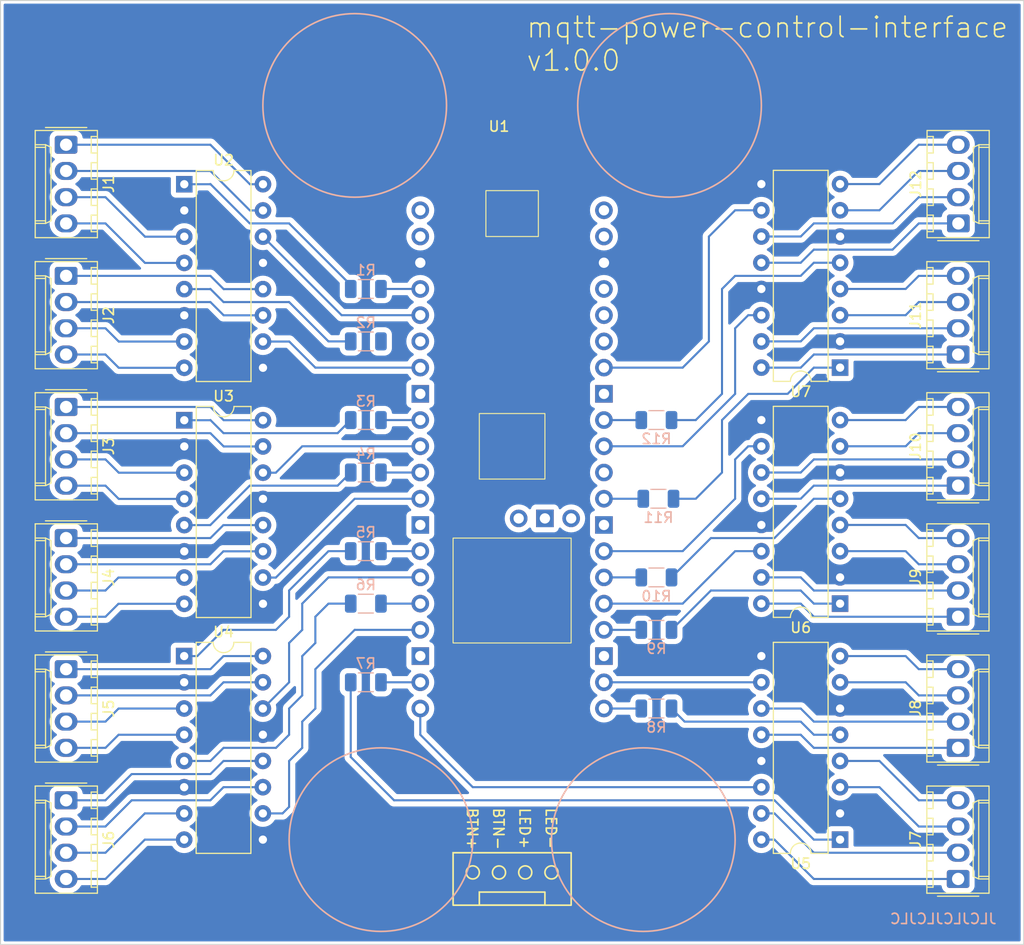
<source format=kicad_pcb>
(kicad_pcb (version 20221018) (generator pcbnew)
  (title_block (title "mqtt-power-control-interface") (date "2023-08-06") (rev "1.0.0"))
  (layers (0 "F.Cu" signal) (31 "B.Cu" signal) (34 "B.Paste" user) (35 "F.Paste" user) (36 "B.SilkS" user "B.Silkscreen") (37 "F.SilkS" user "F.Silkscreen") (38 "B.Mask" user) (39 "F.Mask" user) (44 "Edge.Cuts" user))
  (net 0 "")
  (net 1 "DEV1_SW+")
  (net 2 "DEV1_SW-")
  (net 3 "DEV1_LED+")
  (net 4 "DEV1_LED-")
  (net 5 "DEV2_SW+")
  (net 6 "DEV2_SW-")
  (net 7 "DEV2_LED+")
  (net 8 "DEV2_LED-")
  (net 9 "DEV3_SW+")
  (net 10 "DEV3_SW-")
  (net 11 "DEV3_LED+")
  (net 12 "DEV3_LED-")
  (net 13 "DEV4_SW+")
  (net 14 "DEV4_SW-")
  (net 15 "DEV4_LED+")
  (net 16 "DEV4_LED-")
  (net 17 "DEV5_SW+")
  (net 18 "DEV5_SW-")
  (net 19 "DEV5_LED+")
  (net 20 "DEV5_LED-")
  (net 21 "DEV6_SW+")
  (net 22 "DEV6_SW-")
  (net 23 "DEV6_LED+")
  (net 24 "DEV6_LED-")
  (net 25 "GPIO2")
  (net 26 "DEV7_SW+")
  (net 27 "GPIO4")
  (net 28 "DEV7_SW-")
  (net 29 "GPIO6")
  (net 30 "DEV7_LED+")
  (net 31 "GPIO8")
  (net 32 "DEV7_LED-")
  (net 33 "GPIO10")
  (net 34 "DEV8_SW+")
  (net 35 "GPIO12")
  (net 36 "DEV8_SW-")
  (net 37 "GND")
  (net 38 "GPIO5")
  (net 39 "GPIO3")
  (net 40 "GPIO9")
  (net 41 "GPIO7")
  (net 42 "GPIO13")
  (net 43 "GPIO11")
  (net 44 "DEV8_LED+")
  (net 45 "DEV8_LED-")
  (net 46 "DEV9_SW+")
  (net 47 "DEV9_SW-")
  (net 48 "DEV9_LED+")
  (net 49 "DEV9_LED-")
  (net 50 "DEV10_SW+")
  (net 51 "DEV10_SW-")
  (net 52 "DEV10_LED+")
  (net 53 "DEV10_LED-")
  (net 54 "DEV11_SW+")
  (net 55 "DEV11_SW-")
  (net 56 "DEV11_LED+")
  (net 57 "DEV11_LED-")
  (net 58 "DEV12_SW+")
  (net 59 "DEV12_SW-")
  (net 60 "DEV12_LED+")
  (net 61 "DEV12_LED-")
  (net 62 "GPIO14")
  (net 63 "GPIO16")
  (net 64 "GPIO18")
  (net 65 "GPIO20")
  (net 66 "GPIO22")
  (net 67 "GPIO27")
  (net 68 "GPIO15")
  (net 69 "GPIO17")
  (net 70 "GPIO19")
  (net 71 "GPIO21")
  (net 72 "GPIO26")
  (net 73 "GPIO28")
  (net 74 "Net-(R1-Pad2)")
  (net 75 "Net-(R2-Pad2)")
  (net 76 "Net-(R3-Pad2)")
  (net 77 "Net-(R4-Pad2)")
  (net 78 "Net-(R5-Pad2)")
  (net 79 "Net-(R6-Pad2)")
  (net 80 "Net-(R7-Pad2)")
  (net 81 "Net-(R8-Pad2)")
  (net 82 "Net-(R9-Pad2)")
  (net 83 "Net-(R10-Pad2)")
  (net 84 "Net-(R11-Pad2)")
  (net 85 "Net-(R12-Pad2)")
  (footprint "Connector_Molex:Molex_KK-254_AE-6410-04A_1x04_P2.54mm_Vertical" (layer "F.Cu") (at 34.29 71.12 -90)
    (fp_text reference "J4")
    (fp_text value "Conn_01x04_Pin")
  )
  (footprint "Connector_Molex:Molex_KK-254_AE-6410-04A_1x04_P2.54mm_Vertical" (layer "F.Cu") (at 120.65 104.14 90)
    (fp_text reference "J7")
    (fp_text value "Conn_01x04_Pin")
  )
  (footprint "Connector_Molex:Molex_KK-254_AE-6410-04A_1x04_P2.54mm_Vertical" (layer "F.Cu") (at 120.65 78.74 90)
    (fp_text reference "J9")
    (fp_text value "Conn_01x04_Pin")
  )
  (footprint "Connector_Molex:Molex_KK-254_AE-6410-04A_1x04_P2.54mm_Vertical" (layer "F.Cu") (at 120.65 53.34 90)
    (fp_text reference "J11")
    (fp_text value "Conn_01x04_Pin")
  )
  (footprint "Connector_Molex:Molex_KK-254_AE-6410-04A_1x04_P2.54mm_Vertical" (layer "F.Cu") (at 34.29 96.52 -90)
    (fp_text reference "J6")
    (fp_text value "Conn_01x04_Pin")
  )
  (footprint "Package_DIP:DIP-16_W7.62mm" (layer "F.Cu") (at 109.22 77.47 180)
    (fp_text reference "U6")
    (fp_text value "LTV-847")
  )
  (footprint "Connector_Molex:Molex_KK-254_AE-6410-04A_1x04_P2.54mm_Vertical" (layer "F.Cu") (at 120.65 91.44 90)
    (fp_text reference "J8")
    (fp_text value "Conn_01x04_Pin")
  )
  (footprint "Connector_Molex:Molex_KK-254_AE-6410-04A_1x04_P2.54mm_Vertical" (layer "F.Cu") (at 120.67 40.64 90)
    (fp_text reference "J12")
    (fp_text value "Conn_01x04_Pin")
  )
  (footprint "Package_DIP:DIP-16_W7.62mm" (layer "F.Cu") (at 45.73 59.705)
    (fp_text reference "U3")
    (fp_text value "LTV-847")
  )
  (footprint "Connector_Molex:Molex_KK-254_AE-6410-04A_1x04_P2.54mm_Vertical" (layer "F.Cu") (at 34.29 58.42 -90)
    (fp_text reference "J3")
    (fp_text value "Conn_01x04_Pin")
  )
  (footprint "Package_DIP:DIP-16_W7.62mm" (layer "F.Cu") (at 109.22 54.61 180)
    (fp_text reference "U7")
    (fp_text value "LTV-847")
  )
  (footprint "Connector_Molex:Molex_KK-254_AE-6410-04A_1x04_P2.54mm_Vertical" (layer "F.Cu") (at 34.29 33.02 -90)
    (fp_text reference "J1")
    (fp_text value "Conn_01x04_Pin")
  )
  (footprint "Package_DIP:DIP-16_W7.62mm" (layer "F.Cu") (at 45.73 36.845)
    (fp_text reference "U2")
    (fp_text value "LTV-847")
  )
  (footprint "Connector_Molex:Molex_KK-254_AE-6410-04A_1x04_P2.54mm_Vertical" (layer "F.Cu") (at 120.65 66.04 90)
    (fp_text reference "J10")
    (fp_text value "Conn_01x04_Pin")
  )
  (footprint "Package_DIP:DIP-16_W7.62mm" (layer "F.Cu") (at 109.22 100.33 180)
    (fp_text reference "U5")
    (fp_text value "LTV-847")
  )
  (footprint "Package_DIP:DIP-16_W7.62mm" (layer "F.Cu") (at 45.72 82.55)
    (fp_text reference "U4")
    (fp_text value "LTV-847")
  )
  (footprint "Connector_Molex:Molex_KK-254_AE-6410-04A_1x04_P2.54mm_Vertical" (layer "F.Cu") (at 34.29 83.82 -90)
    (fp_text reference "J5")
    (fp_text value "Conn_01x04_Pin")
  )
  (footprint "Custom:RPI Pico W" (layer "F.Cu") (at 76.2 31.75)
    (fp_text reference "U1")
    (fp_text value "RPi Pico W")
  )
  (footprint "Connector_Molex:Molex_KK-254_AE-6410-04A_1x04_P2.54mm_Vertical" (layer "F.Cu") (at 34.29 45.72 -90)
    (fp_text reference "J2")
    (fp_text value "Conn_01x04_Pin")
  )
  (footprint "Resistor_SMD:R_1206_3216Metric" (layer "B.Cu") (at 91.44 59.69)
    (fp_text reference "R12")
    (fp_text value "330")
  )
  (footprint "Resistor_SMD:R_1206_3216Metric" (layer "B.Cu") (at 63.3075 77.47 180)
    (fp_text reference "R6")
    (fp_text value "330")
  )
  (footprint "Resistor_SMD:R_1206_3216Metric" (layer "B.Cu") (at 91.44 80.01)
    (fp_text reference "R9")
    (fp_text value "330")
  )
  (footprint "Resistor_SMD:R_1206_3216Metric" (layer "B.Cu") (at 91.6325 67.31)
    (fp_text reference "R11")
    (fp_text value "330")
  )
  (footprint "Resistor_SMD:R_1206_3216Metric" (layer "B.Cu") (at 63.3075 46.99 180)
    (fp_text reference "R1")
    (fp_text value "330")
  )
  (footprint "Resistor_SMD:R_1206_3216Metric" (layer "B.Cu") (at 63.3075 72.39 180)
    (fp_text reference "R5")
    (fp_text value "330")
  )
  (footprint "Resistor_SMD:R_1206_3216Metric" (layer "B.Cu") (at 91.44 74.93)
    (fp_text reference "R10")
    (fp_text value "330")
  )
  (footprint "Resistor_SMD:R_1206_3216Metric" (layer "B.Cu") (at 63.3075 85.09 180)
    (fp_text reference "R7")
    (fp_text value "330")
  )
  (footprint "Resistor_SMD:R_1206_3216Metric" (layer "B.Cu") (at 63.3075 52.07 180)
    (fp_text reference "R2")
    (fp_text value "330")
  )
  (footprint "Resistor_SMD:R_1206_3216Metric" (layer "B.Cu") (at 63.3075 64.77 180)
    (fp_text reference "R4")
    (fp_text value "330")
  )
  (footprint "Resistor_SMD:R_1206_3216Metric" (layer "B.Cu") (at 63.3075 59.69 180)
    (fp_text reference "R3")
    (fp_text value "330")
  )
  (footprint "Resistor_SMD:R_1206_3216Metric" (layer "B.Cu") (at 91.44 87.63)
    (fp_text reference "R8")
    (fp_text value "330")
  )
  (gr_circle (center 62.23 29.21) (end 71.12 29.21) (stroke (width 0.16)) (fill none) (layer "B.SilkS"))
  (gr_circle (center 90.17 100.33) (end 99.06 100.33) (stroke (width 0.16)) (fill none) (layer "B.SilkS"))
  (gr_circle (center 64.77 100.33) (end 73.66 100.33) (stroke (width 0.16)) (fill none) (layer "B.SilkS"))
  (gr_circle (center 92.71 29.21) (end 101.6 29.21) (stroke (width 0.16)) (fill none) (layer "B.SilkS"))
  (gr_circle (center 81.28 103.505) (end 81.915 103.505) (stroke (width 0.16)) (fill none) (layer "F.SilkS"))
  (gr_circle (center 73.66 103.505) (end 74.295 103.505) (stroke (width 0.16)) (fill none) (layer "F.SilkS"))
  (gr_rect (start 71.755 101.6) (end 83.185 106.68) (stroke (width 0.16)) (fill none) (layer "F.SilkS"))
  (gr_circle (center 76.2 103.512636) (end 76.835 103.512636) (stroke (width 0.16)) (fill none) (layer "F.SilkS"))
  (gr_rect (start 74.295 105.41) (end 80.645 106.68) (stroke (width 0.16)) (fill none) (layer "F.SilkS"))
  (gr_circle (center 78.74 103.505) (end 79.375 103.505) (stroke (width 0.16)) (fill none) (layer "F.SilkS"))
  (gr_rect (start 27.94 19.05) (end 127 110.49) (stroke (width 0.1)) (fill none) (layer "Edge.Cuts"))
  (gr_text "JLCJLCJLCJLC" (at 124.46 108.585) (layer "B.SilkS") (effects (font (size 1 1) (thickness 0.16)) (justify left bottom mirror)))
  (gr_text "LED-" (at 80.645 97.155 270) (layer "F.SilkS") (effects (font (size 1 1) (thickness 0.16)) (justify left bottom)))
  (gr_text "BTN+" (at 73.025 97.155 270) (layer "F.SilkS") (effects (font (size 1 1) (thickness 0.16)) (justify left bottom)))
  (gr_text "LED+" (at 78.105 97.155 270) (layer "F.SilkS") (effects (font (size 1 1) (thickness 0.16)) (justify left bottom)))
  (gr_text "BTN-" (at 75.565 97.155 270) (layer "F.SilkS") (effects (font (size 1 1) (thickness 0.16)) (justify left bottom)))
  (gr_text "mqtt-power-control-interface\nv1.0.0" (at 78.74 26.035) (layer "F.SilkS") (effects (font (size 2 2) (thickness 0.16)) (justify left bottom)))
  (segment (start 34.29 33.02) (end 48.26 33.02) (width 0.2) (layer "B.Cu") (net 1))
  (segment (start 52.085 36.845) (end 53.35 36.845) (width 0.2) (layer "B.Cu") (net 1))
  (segment (start 48.26 33.02) (end 52.085 36.845) (width 0.2) (layer "B.Cu") (net 1))
  (segment (start 52.085 39.385) (end 53.35 39.385) (width 0.2) (layer "B.Cu") (net 2))
  (segment (start 48.26 35.56) (end 52.085 39.385) (width 0.2) (layer "B.Cu") (net 2))
  (segment (start 34.29 35.56) (end 48.26 35.56) (width 0.2) (layer "B.Cu") (net 2))
  (segment (start 34.29 38.1) (end 38.1 38.1) (width 0.2) (layer "B.Cu") (net 3))
  (segment (start 38.1 38.1) (end 41.925 41.925) (width 0.2) (layer "B.Cu") (net 3))
  (segment (start 41.925 41.925) (end 45.73 41.925) (width 0.2) (layer "B.Cu") (net 3))
  (segment (start 41.925 44.465) (end 45.73 44.465) (width 0.2) (layer "B.Cu") (net 4))
  (segment (start 34.29 40.64) (end 38.1 40.64) (width 0.2) (layer "B.Cu") (net 4))
  (segment (start 38.1 40.64) (end 41.925 44.465) (width 0.2) (layer "B.Cu") (net 4))
  (segment (start 48.26 45.72) (end 49.545 47.005) (width 0.2) (layer "B.Cu") (net 5))
  (segment (start 49.545 47.005) (end 53.35 47.005) (width 0.2) (layer "B.Cu") (net 5))
  (segment (start 34.29 45.72) (end 48.26 45.72) (width 0.2) (layer "B.Cu") (net 5))
  (segment (start 34.29 48.26) (end 48.26 48.26) (width 0.2) (layer "B.Cu") (net 6))
  (segment (start 49.545 49.545) (end 53.35 49.545) (width 0.2) (layer "B.Cu") (net 6))
  (segment (start 48.26 48.26) (end 49.545 49.545) (width 0.2) (layer "B.Cu") (net 6))
  (segment (start 34.29 50.8) (end 38.1 50.8) (width 0.2) (layer "B.Cu") (net 7))
  (segment (start 39.385 52.085) (end 45.73 52.085) (width 0.2) (layer "B.Cu") (net 7))
  (segment (start 38.1 50.8) (end 39.385 52.085) (width 0.2) (layer "B.Cu") (net 7))
  (segment (start 39.385 54.625) (end 45.73 54.625) (width 0.2) (layer "B.Cu") (net 8))
  (segment (start 38.1 53.34) (end 39.385 54.625) (width 0.2) (layer "B.Cu") (net 8))
  (segment (start 34.29 53.34) (end 38.1 53.34) (width 0.2) (layer "B.Cu") (net 8))
  (segment (start 48.26 58.42) (end 49.545 59.705) (width 0.2) (layer "B.Cu") (net 9))
  (segment (start 34.29 58.42) (end 48.26 58.42) (width 0.2) (layer "B.Cu") (net 9))
  (segment (start 49.545 59.705) (end 53.35 59.705) (width 0.2) (layer "B.Cu") (net 9))
  (segment (start 34.29 60.96) (end 48.26 60.96) (width 0.2) (layer "B.Cu") (net 10))
  (segment (start 48.26 60.96) (end 49.545 62.245) (width 0.2) (layer "B.Cu") (net 10))
  (segment (start 49.545 62.245) (end 53.35 62.245) (width 0.2) (layer "B.Cu") (net 10))
  (segment (start 34.29 63.5) (end 38.1 63.5) (width 0.2) (layer "B.Cu") (net 11))
  (segment (start 39.385 64.785) (end 45.73 64.785) (width 0.2) (layer "B.Cu") (net 11))
  (segment (start 38.1 63.5) (end 39.385 64.785) (width 0.2) (layer "B.Cu") (net 11))
  (segment (start 38.1 66.04) (end 39.385 67.325) (width 0.2) (layer "B.Cu") (net 12))
  (segment (start 39.385 67.325) (end 45.73 67.325) (width 0.2) (layer "B.Cu") (net 12))
  (segment (start 34.29 66.04) (end 38.1 66.04) (width 0.2) (layer "B.Cu") (net 12))
  (segment (start 48.26 71.12) (end 49.515 69.865) (width 0.2) (layer "B.Cu") (net 13))
  (segment (start 49.515 69.865) (end 53.35 69.865) (width 0.2) (layer "B.Cu") (net 13))
  (segment (start 34.29 71.12) (end 48.26 71.12) (width 0.2) (layer "B.Cu") (net 13))
  (segment (start 49.515 72.405) (end 53.35 72.405) (width 0.2) (layer "B.Cu") (net 14))
  (segment (start 48.26 73.66) (end 49.515 72.405) (width 0.2) (layer "B.Cu") (net 14))
  (segment (start 34.29 73.66) (end 48.26 73.66) (width 0.2) (layer "B.Cu") (net 14))
  (segment (start 38.1 76.2) (end 39.355 74.945) (width 0.2) (layer "B.Cu") (net 15))
  (segment (start 39.355 74.945) (end 45.73 74.945) (width 0.2) (layer "B.Cu") (net 15))
  (segment (start 34.29 76.2) (end 38.1 76.2) (width 0.2) (layer "B.Cu") (net 15))
  (segment (start 38.1 78.74) (end 39.355 77.485) (width 0.2) (layer "B.Cu") (net 16))
  (segment (start 39.355 77.485) (end 45.73 77.485) (width 0.2) (layer "B.Cu") (net 16))
  (segment (start 34.29 78.74) (end 38.1 78.74) (width 0.2) (layer "B.Cu") (net 16))
  (segment (start 48.26 83.82) (end 49.53 82.55) (width 0.2) (layer "B.Cu") (net 17))
  (segment (start 34.29 83.82) (end 48.26 83.82) (width 0.2) (layer "B.Cu") (net 17))
  (segment (start 49.53 82.55) (end 53.34 82.55) (width 0.2) (layer "B.Cu") (net 17))
  (segment (start 49.53 85.09) (end 53.34 85.09) (width 0.2) (layer "B.Cu") (net 18))
  (segment (start 34.29 86.36) (end 48.26 86.36) (width 0.2) (layer "B.Cu") (net 18))
  (segment (start 48.26 86.36) (end 49.53 85.09) (width 0.2) (layer "B.Cu") (net 18))
  (segment (start 39.37 87.63) (end 45.72 87.63) (width 0.2) (layer "B.Cu") (net 19))
  (segment (start 34.29 88.9) (end 38.1 88.9) (width 0.2) (layer "B.Cu") (net 19))
  (segment (start 38.1 88.9) (end 39.37 87.63) (width 0.2) (layer "B.Cu") (net 19))
  (segment (start 38.1 91.44) (end 39.37 90.17) (width 0.2) (layer "B.Cu") (net 20))
  (segment (start 34.29 91.44) (end 38.1 91.44) (width 0.2) (layer "B.Cu") (net 20))
  (segment (start 39.37 90.17) (end 45.72 90.17) (width 0.2) (layer "B.Cu") (net 20))
  (segment (start 49.53 92.71) (end 53.34 92.71) (width 0.2) (layer "B.Cu") (net 21))
  (segment (start 34.29 96.52) (end 38.1 96.52) (width 0.2) (layer "B.Cu") (net 21))
  (segment (start 40.64 93.98) (end 48.26 93.98) (width 0.2) (layer "B.Cu") (net 21))
  (segment (start 38.1 96.52) (end 40.64 93.98) (width 0.2) (layer "B.Cu") (net 21))
  (segment (start 48.26 93.98) (end 49.53 92.71) (width 0.2) (layer "B.Cu") (net 21))
  (segment (start 34.29 99.06) (end 38.1 99.06) (width 0.2) (layer "B.Cu") (net 22))
  (segment (start 40.64 96.52) (end 48.26 96.52) (width 0.2) (layer "B.Cu") (net 22))
  (segment (start 38.1 99.06) (end 40.64 96.52) (width 0.2) (layer "B.Cu") (net 22))
  (segment (start 49.53 95.25) (end 53.34 95.25) (width 0.2) (layer "B.Cu") (net 22))
  (segment (start 48.26 96.52) (end 49.53 95.25) (width 0.2) (layer "B.Cu") (net 22))
  (segment (start 38.1 101.6) (end 41.91 97.79) (width 0.2) (layer "B.Cu") (net 23))
  (segment (start 41.91 97.79) (end 45.72 97.79) (width 0.2) (layer "B.Cu") (net 23))
  (segment (start 34.29 101.6) (end 38.1 101.6) (width 0.2) (layer "B.Cu") (net 23))
  (segment (start 38.1 104.14) (end 41.91 100.33) (width 0.2) (layer "B.Cu") (net 24))
  (segment (start 41.91 100.33) (end 45.72 100.33) (width 0.2) (layer "B.Cu") (net 24))
  (segment (start 34.29 104.14) (end 38.1 104.14) (width 0.2) (layer "B.Cu") (net 24))
  (segment (start 68.58 46.99) (end 64.77 46.99) (width 0.2) (layer "B.Cu") (net 25))
  (segment (start 106.68 104.14) (end 102.87 100.33) (width 0.2) (layer "B.Cu") (net 26))
  (segment (start 120.65 104.14) (end 106.68 104.14) (width 0.2) (layer "B.Cu") (net 26))
  (segment (start 102.87 100.33) (end 101.6 100.33) (width 0.2) (layer "B.Cu") (net 26))
  (segment (start 102.87 97.79) (end 101.6 97.79) (width 0.2) (layer "B.Cu") (net 28))
  (segment (start 106.68 101.6) (end 102.87 97.79) (width 0.2) (layer "B.Cu") (net 28))
  (segment (start 120.65 101.6) (end 106.68 101.6) (width 0.2) (layer "B.Cu") (net 28))
  (segment (start 64.77 59.69) (end 68.58 59.69) (width 0.2) (layer "B.Cu") (net 29))
  (segment (start 116.84 99.06) (end 113.03 95.25) (width 0.2) (layer "B.Cu") (net 30))
  (segment (start 120.65 99.06) (end 116.84 99.06) (width 0.2) (layer "B.Cu") (net 30))
  (segment (start 113.03 95.25) (end 109.22 95.25) (width 0.2) (layer "B.Cu") (net 30))
  (segment (start 64.77 64.77) (end 68.58 64.77) (width 0.2) (layer "B.Cu") (net 31))
  (segment (start 120.65 96.52) (end 116.84 96.52) (width 0.2) (layer "B.Cu") (net 32))
  (segment (start 116.84 96.52) (end 113.03 92.71) (width 0.2) (layer "B.Cu") (net 32))
  (segment (start 113.03 92.71) (end 109.22 92.71) (width 0.2) (layer "B.Cu") (net 32))
  (segment (start 64.77 72.39) (end 68.58 72.39) (width 0.2) (layer "B.Cu") (net 33))
  (segment (start 120.65 91.44) (end 106.68 91.44) (width 0.2) (layer "B.Cu") (net 34))
  (segment (start 105.41 90.17) (end 101.6 90.17) (width 0.2) (layer "B.Cu") (net 34))
  (segment (start 106.68 91.44) (end 105.41 90.17) (width 0.2) (layer "B.Cu") (net 34))
  (segment (start 64.77 77.47) (end 68.58 77.47) (width 0.2) (layer "B.Cu") (net 35))
  (segment (start 105.41 87.63) (end 101.6 87.63) (width 0.2) (layer "B.Cu") (net 36))
  (segment (start 106.68 88.9) (end 105.41 87.63) (width 0.2) (layer "B.Cu") (net 36))
  (segment (start 120.65 88.9) (end 106.68 88.9) (width 0.2) (layer "B.Cu") (net 36))
  (segment (start 55.895 52.085) (end 58.42 54.61) (width 0.2) (layer "B.Cu") (net 38))
  (segment (start 58.42 54.61) (end 68.58 54.61) (width 0.2) (layer "B.Cu") (net 38))
  (segment (start 53.35 52.085) (end 55.895 52.085) (width 0.2) (layer "B.Cu") (net 38))
  (segment (start 60.96 49.53) (end 68.58 49.53) (width 0.2) (layer "B.Cu") (net 39))
  (segment (start 53.355 41.925) (end 60.96 49.53) (width 0.2) (layer "B.Cu") (net 39))
  (segment (start 53.35 41.925) (end 53.355 41.925) (width 0.2) (layer "B.Cu") (net 39))
  (segment (start 62.23 67.31) (end 68.58 67.31) (width 0.2) (layer "B.Cu") (net 40))
  (segment (start 54.595 74.945) (end 62.23 67.31) (width 0.2) (layer "B.Cu") (net 40))
  (segment (start 53.35 74.945) (end 54.595 74.945) (width 0.2) (layer "B.Cu") (net 40))
  (segment (start 53.35 64.785) (end 54.595 64.785) (width 0.2) (layer "B.Cu") (net 41))
  (segment (start 54.595 64.785) (end 57.15 62.23) (width 0.2) (layer "B.Cu") (net 41))
  (segment (start 57.15 62.23) (end 68.58 62.23) (width 0.2) (layer "B.Cu") (net 41))
  (segment (start 62.23 80.01) (end 68.58 80.01) (width 0.2) (layer "B.Cu") (net 42))
  (segment (start 58.42 87.63) (end 58.42 83.82) (width 0.2) (layer "B.Cu") (net 42))
  (segment (start 57.15 91.44) (end 57.15 88.9) (width 0.2) (layer "B.Cu") (net 42))
  (segment (start 53.34 97.79) (end 55.245 97.79) (width 0.2) (layer "B.Cu") (net 42))
  (segment (start 55.88 97.155) (end 55.88 92.71) (width 0.2) (layer "B.Cu") (net 42))
  (segment (start 55.245 97.79) (end 55.88 97.155) (width 0.2) (layer "B.Cu") (net 42))
  (segment (start 57.15 88.9) (end 58.42 87.63) (width 0.2) (layer "B.Cu") (net 42))
  (segment (start 58.42 83.82) (end 62.23 80.01) (width 0.2) (layer "B.Cu") (net 42))
  (segment (start 55.88 92.71) (end 57.15 91.44) (width 0.2) (layer "B.Cu") (net 42))
  (segment (start 55.88 81.28) (end 57.15 80.01) (width 0.2) (layer "B.Cu") (net 43))
  (segment (start 57.15 80.01) (end 57.15 77.47) (width 0.2) (layer "B.Cu") (net 43))
  (segment (start 53.34 87.63) (end 55.88 85.09) (width 0.2) (layer "B.Cu") (net 43))
  (segment (start 59.69 74.93) (end 68.58 74.93) (width 0.2) (layer "B.Cu") (net 43))
  (segment (start 57.15 77.47) (end 59.69 74.93) (width 0.2) (layer "B.Cu") (net 43))
  (segment (start 55.88 85.09) (end 55.88 81.28) (width 0.2) (layer "B.Cu") (net 43))
  (segment (start 115.57 85.09) (end 109.22 85.09) (width 0.2) (layer "B.Cu") (net 44))
  (segment (start 116.84 86.36) (end 115.57 85.09) (width 0.2) (layer "B.Cu") (net 44))
  (segment (start 120.65 86.36) (end 116.84 86.36) (width 0.2) (layer "B.Cu") (net 44))
  (segment (start 120.65 83.82) (end 116.84 83.82) (width 0.2) (layer "B.Cu") (net 45))
  (segment (start 116.84 83.82) (end 115.57 82.55) (width 0.2) (layer "B.Cu") (net 45))
  (segment (start 115.57 82.55) (end 109.22 82.55) (width 0.2) (layer "B.Cu") (net 45))
  (segment (start 106.68 78.74) (end 105.41 77.47) (width 0.2) (layer "B.Cu") (net 46))
  (segment (start 105.41 77.47) (end 101.6 77.47) (width 0.2) (layer "B.Cu") (net 46))
  (segment (start 120.65 78.74) (end 106.68 78.74) (width 0.2) (layer "B.Cu") (net 46))
  (segment (start 120.65 76.2) (end 106.68 76.2) (width 0.2) (layer "B.Cu") (net 47))
  (segment (start 105.41 74.93) (end 101.6 74.93) (width 0.2) (layer "B.Cu") (net 47))
  (segment (start 106.68 76.2) (end 105.41 74.93) (width 0.2) (layer "B.Cu") (net 47))
  (segment (start 115.57 72.39) (end 109.22 72.39) (width 0.2) (layer "B.Cu") (net 48))
  (segment (start 116.84 73.66) (end 115.57 72.39) (width 0.2) (layer "B.Cu") (net 48))
  (segment (start 120.65 73.66) (end 116.84 73.66) (width 0.2) (layer "B.Cu") (net 48))
  (segment (start 120.65 71.12) (end 116.84 71.12) (width 0.2) (layer "B.Cu") (net 49))
  (segment (start 116.84 71.12) (end 115.57 69.85) (width 0.2) (layer "B.Cu") (net 49))
  (segment (start 115.57 69.85) (end 109.22 69.85) (width 0.2) (layer "B.Cu") (net 49))
  (segment (start 105.41 67.31) (end 101.6 67.31) (width 0.2) (layer "B.Cu") (net 50))
  (segment (start 106.68 66.04) (end 105.41 67.31) (width 0.2) (layer "B.Cu") (net 50))
  (segment (start 120.65 66.04) (end 106.68 66.04) (width 0.2) (layer "B.Cu") (net 50))
  (segment (start 120.65 63.5) (end 106.68 63.5) (width 0.2) (layer "B.Cu") (net 51))
  (segment (start 105.41 64.77) (end 101.6 64.77) (width 0.2) (layer "B.Cu") (net 51))
  (segment (start 106.68 63.5) (end 105.41 64.77) (width 0.2) (layer "B.Cu") (net 51))
  (segment (start 116.84 60.96) (end 115.57 62.23) (width 0.2) (layer "B.Cu") (net 52))
  (segment (start 120.65 60.96) (end 116.84 60.96) (width 0.2) (layer "B.Cu") (net 52))
  (segment (start 115.57 62.23) (end 109.22 62.23) (width 0.2) (layer "B.Cu") (net 52))
  (segment (start 120.65 58.42) (end 116.84 58.42) (width 0.2) (layer "B.Cu") (net 53))
  (segment (start 115.57 59.69) (end 109.22 59.69) (width 0.2) (layer "B.Cu") (net 53))
  (segment (start 116.84 58.42) (end 115.57 59.69) (width 0.2) (layer "B.Cu") (net 53))
  (segment (start 105.41 54.61) (end 101.6 54.61) (width 0.2) (layer "B.Cu") (net 54))
  (segment (start 106.68 53.34) (end 105.41 54.61) (width 0.2) (layer "B.Cu") (net 54))
  (segment (start 120.65 53.34) (end 106.68 53.34) (width 0.2) (layer "B.Cu") (net 54))
  (segment (start 106.68 50.8) (end 105.41 52.07) (width 0.2) (layer "B.Cu") (net 55))
  (segment (start 120.65 50.8) (end 106.68 50.8) (width 0.2) (layer "B.Cu") (net 55))
  (segment (start 105.41 52.07) (end 101.6 52.07) (width 0.2) (layer "B.Cu") (net 55))
  (segment (start 115.57 49.53) (end 109.22 49.53) (width 0.2) (layer "B.Cu") (net 56))
  (segment (start 120.65 48.26) (end 116.84 48.26) (width 0.2) (layer "B.Cu") (net 56))
  (segment (start 116.84 48.26) (end 115.57 49.53) (width 0.2) (layer "B.Cu") (net 56))
  (segment (start 120.65 45.72) (end 116.84 45.72) (width 0.2) (layer "B.Cu") (net 57))
  (segment (start 116.84 45.72) (end 115.57 46.99) (width 0.2) (layer "B.Cu") (net 57))
  (segment (start 115.57 46.99) (end 109.22 46.99) (width 0.2) (layer "B.Cu") (net 57))
  (segment (start 114.3 43.18) (end 106.68 43.18) (width 0.2) (layer "B.Cu") (net 58))
  (segment (start 106.68 43.18) (end 105.41 44.45) (width 0.2) (layer "B.Cu") (net 58))
  (segment (start 116.84 40.64) (end 114.3 43.18) (width 0.2) (layer "B.Cu") (net 58))
  (segment (start 120.67 40.64) (end 116.84 40.64) (width 0.2) (layer "B.Cu") (net 58))
  (segment (start 105.41 44.45) (end 101.6 44.45) (width 0.2) (layer "B.Cu") (net 58))
  (segment (start 116.84 38.1) (end 114.3 40.64) (width 0.2) (layer "B.Cu") (net 59))
  (segment (start 120.67 38.1) (end 116.84 38.1) (width 0.2) (layer "B.Cu") (net 59))
  (segment (start 105.41 41.91) (end 101.6 41.91) (width 0.2) (layer "B.Cu") (net 59))
  (segment (start 114.3 40.64) (end 106.68 40.64) (width 0.2) (layer "B.Cu") (net 59))
  (segment (start 106.68 40.64) (end 105.41 41.91) (width 0.2) (layer "B.Cu") (net 59))
  (segment (start 116.84 35.56) (end 113.03 39.37) (width 0.2) (layer "B.Cu") (net 60))
  (segment (start 120.67 35.56) (end 116.84 35.56) (width 0.2) (layer "B.Cu") (net 60))
  (segment (start 113.03 39.37) (end 109.22 39.37) (width 0.2) (layer "B.Cu") (net 60))
  (segment (start 120.67 33.02) (end 116.84 33.02) (width 0.2) (layer "B.Cu") (net 61))
  (segment (start 113.03 36.83) (end 109.22 36.83) (width 0.2) (layer "B.Cu") (net 61))
  (segment (start 116.84 33.02) (end 113.03 36.83) (width 0.2) (layer "B.Cu") (net 61))
  (segment (start 64.77 85.09) (end 68.58 85.09) (width 0.2) (layer "B.Cu") (net 62))
  (segment (start 86.36 87.63) (end 89.9775 87.63) (width 0.2) (layer "B.Cu") (net 63))
  (segment (start 86.36 80.01) (end 89.9775 80.01) (width 0.2) (layer "B.Cu") (net 64))
  (segment (start 86.36 74.93) (end 89.9775 74.93) (width 0.2) (layer "B.Cu") (net 65))
  (segment (start 86.36 67.31) (end 90.17 67.31) (width 0.2) (layer "B.Cu") (net 66))
  (segment (start 86.36 59.69) (end 89.9775 59.69) (width 0.2) (layer "B.Cu") (net 67))
  (segment (start 73.66 95.25) (end 68.58 90.17) (width 0.2) (layer "B.Cu") (net 68))
  (segment (start 101.6 95.25) (end 73.66 95.25) (width 0.2) (layer "B.Cu") (net 68))
  (segment (start 68.58 90.17) (end 68.58 87.63) (width 0.2) (layer "B.Cu") (net 68))
  (segment (start 86.36 85.09) (end 101.6 85.09) (width 0.2) (layer "B.Cu") (net 69))
  (segment (start 93.98 77.47) (end 86.36 77.47) (width 0.2) (layer "B.Cu") (net 70))
  (segment (start 99.06 72.39) (end 93.98 77.47) (width 0.2) (layer "B.Cu") (net 70))
  (segment (start 101.6 72.39) (end 99.06 72.39) (width 0.2) (layer "B.Cu") (net 70))
  (segment (start 93.98 72.39) (end 86.36 72.39) (width 0.2) (layer "B.Cu") (net 71))
  (segment (start 99.06 67.31) (end 93.98 72.39) (width 0.2) (layer "B.Cu") (net 71))
  (segment (start 101.6 62.23) (end 100.33 62.23) (width 0.2) (layer "B.Cu") (net 71))
  (segment (start 100.33 62.23) (end 99.06 63.5) (width 0.2) (layer "B.Cu") (net 71))
  (segment (start 99.06 63.5) (end 99.06 67.31) (width 0.2) (layer "B.Cu") (net 71))
  (segment (start 99.06 57.15) (end 93.98 62.23) (width 0.2) (layer "B.Cu") (net 72))
  (segment (start 100.33 49.53) (end 99.06 50.8) (width 0.2) (layer "B.Cu") (net 72))
  (segment (start 99.06 50.8) (end 99.06 57.15) (width 0.2) (layer "B.Cu") (net 72))
  (segment (start 93.98 62.23) (end 86.36 62.23) (width 0.2) (layer "B.Cu") (net 72))
  (segment (start 101.6 49.53) (end 100.33 49.53) (width 0.2) (layer "B.Cu") (net 72))
  (segment (start 99.06 39.37) (end 96.52 41.91) (width 0.2) (layer "B.Cu") (net 73))
  (segment (start 93.98 54.61) (end 86.36 54.61) (width 0.2) (layer "B.Cu") (net 73))
  (segment (start 101.6 39.37) (end 99.06 39.37) (width 0.2) (layer "B.Cu") (net 73))
  (segment (start 96.52 41.91) (end 96.52 52.07) (width 0.2) (layer "B.Cu") (net 73))
  (segment (start 96.52 52.07) (end 93.98 54.61) (width 0.2) (layer "B.Cu") (net 73))
  (segment (start 55.88 40.64) (end 61.845 46.605) (width 0.2) (layer "B.Cu") (net 74))
  (segment (start 48.245 36.845) (end 48.26 36.83) (width 0.2) (layer "B.Cu") (net 74))
  (segment (start 45.73 36.845) (end 48.245 36.845) (width 0.2) (layer "B.Cu") (net 74))
  (segment (start 61.845 46.605) (end 61.845 46.99) (width 0.2) (layer "B.Cu") (net 74))
  (segment (start 48.26 36.83) (end 52.07 40.64) (width 0.2) (layer "B.Cu") (net 74))
  (segment (start 52.07 40.64) (end 55.88 40.64) (width 0.2) (layer "B.Cu") (net 74))
  (segment (start 55.88 48.26) (end 59.69 52.07) (width 0.2) (layer "B.Cu") (net 75))
  (segment (start 48.245 47.005) (end 48.26 46.99) (width 0.2) (layer "B.Cu") (net 75))
  (segment (start 59.69 52.07) (end 61.845 52.07) (width 0.2) (layer "B.Cu") (net 75))
  (segment (start 48.26 46.99) (end 49.53 48.26) (width 0.2) (layer "B.Cu") (net 75))
  (segment (start 49.53 48.26) (end 55.88 48.26) (width 0.2) (layer "B.Cu") (net 75))
  (segment (start 45.73 47.005) (end 48.245 47.005) (width 0.2) (layer "B.Cu") (net 75))
  (segment (start 48.26 59.69) (end 49.53 60.96) (width 0.2) (layer "B.Cu") (net 76))
  (segment (start 45.73 59.705) (end 48.245 59.705) (width 0.2) (layer "B.Cu") (net 76))
  (segment (start 60.575 60.96) (end 61.845 59.69) (width 0.2) (layer "B.Cu") (net 76))
  (segment (start 48.245 59.705) (end 48.26 59.69) (width 0.2) (layer "B.Cu") (net 76))
  (segment (start 49.53 60.96) (end 60.575 60.96) (width 0.2) (layer "B.Cu") (net 76))
  (segment (start 60.575 66.04) (end 61.845 64.77) (width 0.2) (layer "B.Cu") (net 77))
  (segment (start 45.73 69.865) (end 48.245 69.865) (width 0.2) (layer "B.Cu") (net 77))
  (segment (start 48.245 69.865) (end 52.07 66.04) (width 0.2) (layer "B.Cu") (net 77))
  (segment (start 52.07 66.04) (end 60.575 66.04) (width 0.2) (layer "B.Cu") (net 77))
  (segment (start 46.99 82.55) (end 49.53 80.01) (width 0.2) (layer "B.Cu") (net 78))
  (segment (start 55.88 76.2) (end 59.69 72.39) (width 0.2) (layer "B.Cu") (net 78))
  (segment (start 59.69 72.39) (end 61.845 72.39) (width 0.2) (layer "B.Cu") (net 78))
  (segment (start 45.72 82.55) (end 46.99 82.55) (width 0.2) (layer "B.Cu") (net 78))
  (segment (start 54.61 80.01) (end 55.88 78.74) (width 0.2) (layer "B.Cu") (net 78))
  (segment (start 55.88 78.74) (end 55.88 76.2) (width 0.2) (layer "B.Cu") (net 78))
  (segment (start 49.53 80.01) (end 54.61 80.01) (width 0.2) (layer "B.Cu") (net 78))
  (segment (start 55.88 90.17) (end 55.88 87.63) (width 0.2) (layer "B.Cu") (net 79))
  (segment (start 48.26 92.71) (end 49.53 91.44) (width 0.2) (layer "B.Cu") (net 79))
  (segment (start 58.42 78.74) (end 59.69 77.47) (width 0.2) (layer "B.Cu") (net 79))
  (segment (start 45.72 92.71) (end 48.26 92.71) (width 0.2) (layer "B.Cu") (net 79))
  (segment (start 59.69 77.47) (end 61.845 77.47) (width 0.2) (layer "B.Cu") (net 79))
  (segment (start 54.61 91.44) (end 55.88 90.17) (width 0.2) (layer "B.Cu") (net 79))
  (segment (start 58.42 81.28) (end 58.42 78.74) (width 0.2) (layer "B.Cu") (net 79))
  (segment (start 57.15 86.36) (end 57.15 82.55) (width 0.2) (layer "B.Cu") (net 79))
  (segment (start 49.53 91.44) (end 54.61 91.44) (width 0.2) (layer "B.Cu") (net 79))
  (segment (start 57.15 82.55) (end 58.42 81.28) (width 0.2) (layer "B.Cu") (net 79))
  (segment (start 55.88 87.63) (end 57.15 86.36) (width 0.2) (layer "B.Cu") (net 79))
  (segment (start 109.22 100.33) (end 106.68 100.33) (width 0.2) (layer "B.Cu") (net 80))
  (segment (start 66.04 96.52) (end 61.845 92.325) (width 0.2) (layer "B.Cu") (net 80))
  (segment (start 61.845 92.325) (end 61.845 85.09) (width 0.2) (layer "B.Cu") (net 80))
  (segment (start 102.87 96.52) (end 66.04 96.52) (width 0.2) (layer "B.Cu") (net 80))
  (segment (start 106.68 100.33) (end 102.87 96.52) (width 0.2) (layer "B.Cu") (net 80))
  (segment (start 106.68 90.17) (end 105.41 88.9) (width 0.2) (layer "B.Cu") (net 81))
  (segment (start 105.41 88.9) (end 94.1725 88.9) (width 0.2) (layer "B.Cu") (net 81))
  (segment (start 94.1725 88.9) (end 92.9025 87.63) (width 0.2) (layer "B.Cu") (net 81))
  (segment (start 109.22 90.17) (end 106.68 90.17) (width 0.2) (layer "B.Cu") (net 81))
  (segment (start 96.7125 76.2) (end 92.9025 80.01) (width 0.2) (layer "B.Cu") (net 82))
  (segment (start 106.68 77.47) (end 105.41 76.2) (width 0.2) (layer "B.Cu") (net 82))
  (segment (start 105.41 76.2) (end 96.7125 76.2) (width 0.2) (layer "B.Cu") (net 82))
  (segment (start 109.22 77.47) (end 106.68 77.47) (width 0.2) (layer "B.Cu") (net 82))
  (segment (start 106.68 67.31) (end 102.87 71.12) (width 0.2) (layer "B.Cu") (net 83))
  (segment (start 102.87 71.12) (end 96.7125 71.12) (width 0.2) (layer "B.Cu") (net 83))
  (segment (start 96.7125 71.12) (end 92.9025 74.93) (width 0.2) (layer "B.Cu") (net 83))
  (segment (start 109.22 67.31) (end 106.68 67.31) (width 0.2) (layer "B.Cu") (net 83))
  (segment (start 104.14 57.15) (end 100.33 57.15) (width 0.2) (layer "B.Cu") (net 84))
  (segment (start 109.22 54.61) (end 106.68 54.61) (width 0.2) (layer "B.Cu") (net 84))
  (segment (start 106.68 54.61) (end 104.14 57.15) (width 0.2) (layer "B.Cu") (net 84))
  (segment (start 97.79 64.77) (end 95.25 67.31) (width 0.2) (layer "B.Cu") (net 84))
  (segment (start 97.79 59.69) (end 97.79 64.77) (width 0.2) (layer "B.Cu") (net 84))
  (segment (start 95.25 67.31) (end 93.095 67.31) (width 0.2) (layer "B.Cu") (net 84))
  (segment (start 100.33 57.15) (end 97.79 59.69) (width 0.2) (layer "B.Cu") (net 84))
  (segment (start 97.79 46.99) (end 97.79 57.15) (width 0.2) (layer "B.Cu") (net 85))
  (segment (start 97.79 57.15) (end 95.25 59.69) (width 0.2) (layer "B.Cu") (net 85))
  (segment (start 109.22 44.45) (end 106.68 44.45) (width 0.2) (layer "B.Cu") (net 85))
  (segment (start 106.68 44.45) (end 105.41 45.72) (width 0.2) (layer "B.Cu") (net 85))
  (segment (start 95.25 59.69) (end 92.9025 59.69) (width 0.2) (layer "B.Cu") (net 85))
  (segment (start 105.41 45.72) (end 99.06 45.72) (width 0.2) (layer "B.Cu") (net 85))
  (segment (start 99.06 45.72) (end 97.79 46.99) (width 0.2) (layer "B.Cu") (net 85))
  (zone (net 37) (net_name "GND") (layer "B.Cu") (connect_pads yes (clearance 0.5)) (min_thickness 0.25) (fill yes (thermal_gap 0.5) (thermal_bridge_width 0.5))
    (polygon (pts (xy 27.94 19.05) (xy 127 19.05) (xy 127 110.49) (xy 27.94 110.49)))
  )
)
</source>
